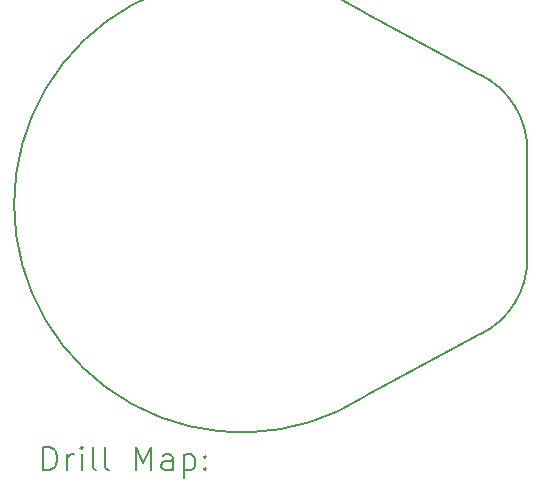
<source format=gbr>
%FSLAX45Y45*%
G04 Gerber Fmt 4.5, Leading zero omitted, Abs format (unit mm)*
G04 Created by KiCad (PCBNEW (6.0.2)) date 2022-05-03 01:01:01*
%MOMM*%
%LPD*%
G01*
G04 APERTURE LIST*
%TA.AperFunction,Profile*%
%ADD10C,0.200000*%
%TD*%
%ADD11C,0.200000*%
G04 APERTURE END LIST*
D10*
X7250000Y-5460000D02*
X6275000Y-5985000D01*
X6275000Y-2735000D02*
X7250000Y-3260000D01*
X6275000Y-2735000D02*
G75*
G03*
X3304974Y-4360000I-1040467J-1625000D01*
G01*
X3304974Y-4360000D02*
G75*
G03*
X6275000Y-5985000I1929559J0D01*
G01*
X7250000Y-5460000D02*
G75*
G03*
X7650000Y-4810000I-310148J638937D01*
G01*
X7650000Y-3910000D02*
G75*
G03*
X7250000Y-3260000I-710148J11063D01*
G01*
X7650000Y-3910000D02*
X7650000Y-4810000D01*
D11*
X3552593Y-6610035D02*
X3552593Y-6410035D01*
X3600212Y-6410035D01*
X3628784Y-6419559D01*
X3647831Y-6438606D01*
X3657355Y-6457654D01*
X3666879Y-6495749D01*
X3666879Y-6524321D01*
X3657355Y-6562416D01*
X3647831Y-6581463D01*
X3628784Y-6600511D01*
X3600212Y-6610035D01*
X3552593Y-6610035D01*
X3752593Y-6610035D02*
X3752593Y-6476701D01*
X3752593Y-6514797D02*
X3762117Y-6495749D01*
X3771641Y-6486225D01*
X3790688Y-6476701D01*
X3809736Y-6476701D01*
X3876403Y-6610035D02*
X3876403Y-6476701D01*
X3876403Y-6410035D02*
X3866879Y-6419559D01*
X3876403Y-6429082D01*
X3885927Y-6419559D01*
X3876403Y-6410035D01*
X3876403Y-6429082D01*
X4000212Y-6610035D02*
X3981165Y-6600511D01*
X3971641Y-6581463D01*
X3971641Y-6410035D01*
X4104974Y-6610035D02*
X4085927Y-6600511D01*
X4076403Y-6581463D01*
X4076403Y-6410035D01*
X4333546Y-6610035D02*
X4333546Y-6410035D01*
X4400212Y-6552892D01*
X4466879Y-6410035D01*
X4466879Y-6610035D01*
X4647831Y-6610035D02*
X4647831Y-6505273D01*
X4638308Y-6486225D01*
X4619260Y-6476701D01*
X4581165Y-6476701D01*
X4562117Y-6486225D01*
X4647831Y-6600511D02*
X4628784Y-6610035D01*
X4581165Y-6610035D01*
X4562117Y-6600511D01*
X4552593Y-6581463D01*
X4552593Y-6562416D01*
X4562117Y-6543368D01*
X4581165Y-6533844D01*
X4628784Y-6533844D01*
X4647831Y-6524321D01*
X4743070Y-6476701D02*
X4743070Y-6676701D01*
X4743070Y-6486225D02*
X4762117Y-6476701D01*
X4800212Y-6476701D01*
X4819260Y-6486225D01*
X4828784Y-6495749D01*
X4838308Y-6514797D01*
X4838308Y-6571940D01*
X4828784Y-6590987D01*
X4819260Y-6600511D01*
X4800212Y-6610035D01*
X4762117Y-6610035D01*
X4743070Y-6600511D01*
X4924022Y-6590987D02*
X4933546Y-6600511D01*
X4924022Y-6610035D01*
X4914498Y-6600511D01*
X4924022Y-6590987D01*
X4924022Y-6610035D01*
X4924022Y-6486225D02*
X4933546Y-6495749D01*
X4924022Y-6505273D01*
X4914498Y-6495749D01*
X4924022Y-6486225D01*
X4924022Y-6505273D01*
M02*

</source>
